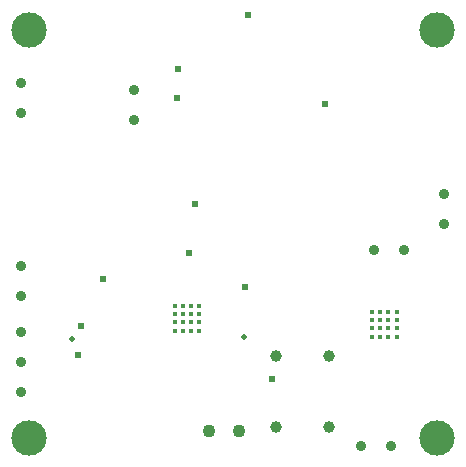
<source format=gbr>
G04 DesignSpark PCB Gerber Version 10.0 Build 5299*
G04 #@! TF.Part,Single*
G04 #@! TF.FilePolarity,Positive*
%FSLAX35Y35*%
%MOIN*%
G04 #@! TA.AperFunction,ViaDrill*
%ADD140C,0.01575*%
%ADD139C,0.02008*%
%ADD138C,0.02400*%
G04 #@! TA.AperFunction,ComponentDrill*
%ADD142C,0.03500*%
%ADD143C,0.03937*%
%ADD144C,0.04331*%
G04 #@! TA.AperFunction,MechanicalDrill*
%ADD141C,0.11811*%
G04 #@! TD.AperFunction*
X0Y0D02*
D02*
D138*
X45482Y53120D03*
X46525Y62805D03*
X53750Y78553D03*
X78710Y138789D03*
X78868Y148435D03*
X82490Y87214D03*
X84616Y103513D03*
X101387Y75797D03*
X102254Y166506D03*
X110246Y45088D03*
X127765Y136820D03*
D02*
D139*
X43513Y58474D03*
X100994Y59261D03*
D02*
D140*
X77765Y61230D03*
Y63986D03*
Y66742D03*
Y69498D03*
X80521Y61230D03*
Y63986D03*
Y66742D03*
Y69498D03*
X83277Y61230D03*
Y63986D03*
Y66742D03*
Y69498D03*
X86033Y61230D03*
Y63986D03*
Y66742D03*
Y69498D03*
X143513Y59261D03*
Y62017D03*
Y64773D03*
Y67529D03*
X146269Y59261D03*
Y62017D03*
Y64773D03*
Y67529D03*
X149025Y59261D03*
Y62017D03*
Y64773D03*
Y67529D03*
X151781Y59261D03*
Y62017D03*
Y64773D03*
Y67529D03*
D02*
D141*
X29183Y25403D03*
Y161466D03*
X165246Y25403D03*
Y161466D03*
D02*
D142*
X26663Y133750D03*
Y143750D03*
X26742Y40679D03*
Y50679D03*
Y60679D03*
Y72844D03*
Y82844D03*
X64380Y131545D03*
Y141545D03*
X140049Y22883D03*
X144301Y88002D03*
X150049Y22883D03*
X154301Y88002D03*
X167529Y96899D03*
Y106899D03*
D02*
D143*
X111624Y29222D03*
Y52844D03*
X129340Y29222D03*
Y52844D03*
D02*
D144*
X89242Y27844D03*
X99242D03*
X0Y0D02*
M02*

</source>
